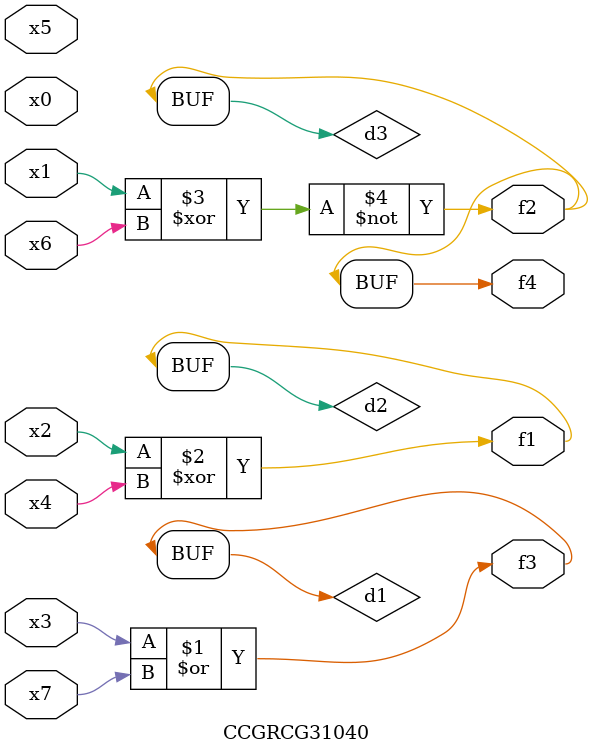
<source format=v>
module CCGRCG31040(
	input x0, x1, x2, x3, x4, x5, x6, x7,
	output f1, f2, f3, f4
);

	wire d1, d2, d3;

	or (d1, x3, x7);
	xor (d2, x2, x4);
	xnor (d3, x1, x6);
	assign f1 = d2;
	assign f2 = d3;
	assign f3 = d1;
	assign f4 = d3;
endmodule

</source>
